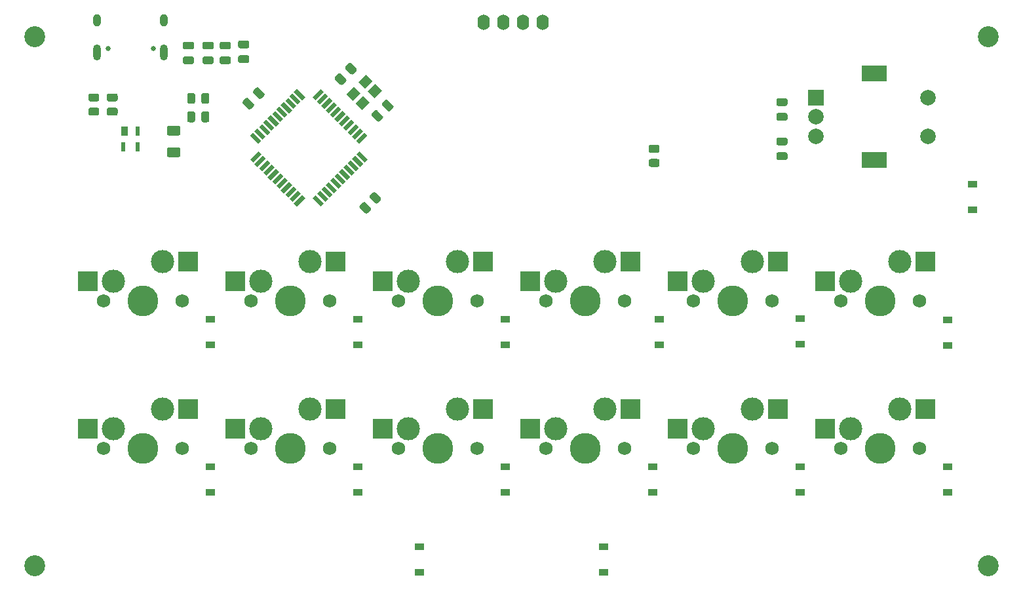
<source format=gbr>
%TF.GenerationSoftware,KiCad,Pcbnew,(5.1.9)-1*%
%TF.CreationDate,2021-03-29T02:27:37-07:00*%
%TF.ProjectId,millipad,6d696c6c-6970-4616-942e-6b696361645f,rev?*%
%TF.SameCoordinates,Original*%
%TF.FileFunction,Soldermask,Bot*%
%TF.FilePolarity,Negative*%
%FSLAX46Y46*%
G04 Gerber Fmt 4.6, Leading zero omitted, Abs format (unit mm)*
G04 Created by KiCad (PCBNEW (5.1.9)-1) date 2021-03-29 02:27:37*
%MOMM*%
%LPD*%
G01*
G04 APERTURE LIST*
%ADD10R,1.200000X0.900000*%
%ADD11R,2.550000X2.500000*%
%ADD12C,1.750000*%
%ADD13C,3.000000*%
%ADD14C,3.987800*%
%ADD15O,1.600000X2.000000*%
%ADD16C,0.100000*%
%ADD17C,2.700000*%
%ADD18C,0.650000*%
%ADD19O,1.000000X2.100000*%
%ADD20O,1.000000X1.600000*%
%ADD21R,0.482600X1.168400*%
%ADD22R,0.889000X1.168400*%
%ADD23C,2.000000*%
%ADD24R,3.200000X2.000000*%
%ADD25R,2.000000X2.000000*%
G04 APERTURE END LIST*
D10*
%TO.C,D15*%
X148431250Y-108012500D03*
X148431250Y-104712500D03*
%TD*%
%TO.C,D14*%
X124618750Y-108012500D03*
X124618750Y-104712500D03*
%TD*%
D11*
%TO.C,MX1*%
X94742000Y-67945000D03*
X81815000Y-70485000D03*
D12*
X93980000Y-73025000D03*
X83820000Y-73025000D03*
D13*
X85090000Y-70485000D03*
D14*
X88900000Y-73025000D03*
D13*
X91440000Y-67945000D03*
%TD*%
D11*
%TO.C,MX12*%
X189992000Y-86995000D03*
X177065000Y-89535000D03*
D12*
X189230000Y-92075000D03*
X179070000Y-92075000D03*
D13*
X180340000Y-89535000D03*
D14*
X184150000Y-92075000D03*
D13*
X186690000Y-86995000D03*
%TD*%
D11*
%TO.C,MX11*%
X189992000Y-67945000D03*
X177065000Y-70485000D03*
D12*
X189230000Y-73025000D03*
X179070000Y-73025000D03*
D13*
X180340000Y-70485000D03*
D14*
X184150000Y-73025000D03*
D13*
X186690000Y-67945000D03*
%TD*%
D11*
%TO.C,MX10*%
X170942000Y-86995000D03*
X158015000Y-89535000D03*
D12*
X170180000Y-92075000D03*
X160020000Y-92075000D03*
D13*
X161290000Y-89535000D03*
D14*
X165100000Y-92075000D03*
D13*
X167640000Y-86995000D03*
%TD*%
D11*
%TO.C,MX9*%
X170942000Y-67945000D03*
X158015000Y-70485000D03*
D12*
X170180000Y-73025000D03*
X160020000Y-73025000D03*
D13*
X161290000Y-70485000D03*
D14*
X165100000Y-73025000D03*
D13*
X167640000Y-67945000D03*
%TD*%
D11*
%TO.C,MX8*%
X151892000Y-86995000D03*
X138965000Y-89535000D03*
D12*
X151130000Y-92075000D03*
X140970000Y-92075000D03*
D13*
X142240000Y-89535000D03*
D14*
X146050000Y-92075000D03*
D13*
X148590000Y-86995000D03*
%TD*%
D11*
%TO.C,MX7*%
X151892000Y-67945000D03*
X138965000Y-70485000D03*
D12*
X151130000Y-73025000D03*
X140970000Y-73025000D03*
D13*
X142240000Y-70485000D03*
D14*
X146050000Y-73025000D03*
D13*
X148590000Y-67945000D03*
%TD*%
D11*
%TO.C,MX6*%
X132842000Y-86995000D03*
X119915000Y-89535000D03*
D12*
X132080000Y-92075000D03*
X121920000Y-92075000D03*
D13*
X123190000Y-89535000D03*
D14*
X127000000Y-92075000D03*
D13*
X129540000Y-86995000D03*
%TD*%
D11*
%TO.C,MX5*%
X132842000Y-67945000D03*
X119915000Y-70485000D03*
D12*
X132080000Y-73025000D03*
X121920000Y-73025000D03*
D13*
X123190000Y-70485000D03*
D14*
X127000000Y-73025000D03*
D13*
X129540000Y-67945000D03*
%TD*%
D11*
%TO.C,MX4*%
X113792000Y-86995000D03*
X100865000Y-89535000D03*
D12*
X113030000Y-92075000D03*
X102870000Y-92075000D03*
D13*
X104140000Y-89535000D03*
D14*
X107950000Y-92075000D03*
D13*
X110490000Y-86995000D03*
%TD*%
D11*
%TO.C,MX3*%
X113792000Y-67945000D03*
X100865000Y-70485000D03*
D12*
X113030000Y-73025000D03*
X102870000Y-73025000D03*
D13*
X104140000Y-70485000D03*
D14*
X107950000Y-73025000D03*
D13*
X110490000Y-67945000D03*
%TD*%
D11*
%TO.C,MX2*%
X94742000Y-86995000D03*
X81815000Y-89535000D03*
D12*
X93980000Y-92075000D03*
X83820000Y-92075000D03*
D13*
X85090000Y-89535000D03*
D14*
X88900000Y-92075000D03*
D13*
X91440000Y-86995000D03*
%TD*%
D15*
%TO.C,Brd1*%
X135445000Y-37025000D03*
X132905000Y-37025000D03*
X137985000Y-37025000D03*
X140525000Y-37025000D03*
%TD*%
D16*
%TO.C,Y1*%
G36*
X117722488Y-43739403D02*
G01*
X118571016Y-44587931D01*
X117581066Y-45577881D01*
X116732538Y-44729353D01*
X117722488Y-43739403D01*
G37*
G36*
X116166853Y-45295038D02*
G01*
X117015381Y-46143566D01*
X116025431Y-47133516D01*
X115176903Y-46284988D01*
X116166853Y-45295038D01*
G37*
G36*
X117368934Y-46497119D02*
G01*
X118217462Y-47345647D01*
X117227512Y-48335597D01*
X116378984Y-47487069D01*
X117368934Y-46497119D01*
G37*
G36*
X118924569Y-44941484D02*
G01*
X119773097Y-45790012D01*
X118783147Y-46779962D01*
X117934619Y-45931434D01*
X118924569Y-44941484D01*
G37*
%TD*%
%TO.C,C4*%
G36*
G01*
X119202177Y-48401072D02*
X119873928Y-49072823D01*
G75*
G02*
X119873928Y-49426377I-176777J-176777D01*
G01*
X119520375Y-49779930D01*
G75*
G02*
X119166821Y-49779930I-176777J176777D01*
G01*
X118495070Y-49108179D01*
G75*
G02*
X118495070Y-48754625I176777J176777D01*
G01*
X118848623Y-48401072D01*
G75*
G02*
X119202177Y-48401072I176777J-176777D01*
G01*
G37*
G36*
G01*
X120545679Y-47057570D02*
X121217430Y-47729321D01*
G75*
G02*
X121217430Y-48082875I-176777J-176777D01*
G01*
X120863877Y-48436428D01*
G75*
G02*
X120510323Y-48436428I-176777J176777D01*
G01*
X119838572Y-47764677D01*
G75*
G02*
X119838572Y-47411123I176777J176777D01*
G01*
X120192125Y-47057570D01*
G75*
G02*
X120545679Y-47057570I176777J-176777D01*
G01*
G37*
%TD*%
%TO.C,U1*%
G36*
X103808190Y-53658548D02*
G01*
X104197098Y-54047456D01*
X103136438Y-55108116D01*
X102747530Y-54719208D01*
X103808190Y-53658548D01*
G37*
G36*
X104373876Y-54224233D02*
G01*
X104762784Y-54613141D01*
X103702124Y-55673801D01*
X103313216Y-55284893D01*
X104373876Y-54224233D01*
G37*
G36*
X104939561Y-54789918D02*
G01*
X105328469Y-55178826D01*
X104267809Y-56239486D01*
X103878901Y-55850578D01*
X104939561Y-54789918D01*
G37*
G36*
X105505246Y-55355604D02*
G01*
X105894154Y-55744512D01*
X104833494Y-56805172D01*
X104444586Y-56416264D01*
X105505246Y-55355604D01*
G37*
G36*
X106070932Y-55921289D02*
G01*
X106459840Y-56310197D01*
X105399180Y-57370857D01*
X105010272Y-56981949D01*
X106070932Y-55921289D01*
G37*
G36*
X106636617Y-56486975D02*
G01*
X107025525Y-56875883D01*
X105964865Y-57936543D01*
X105575957Y-57547635D01*
X106636617Y-56486975D01*
G37*
G36*
X107202303Y-57052660D02*
G01*
X107591211Y-57441568D01*
X106530551Y-58502228D01*
X106141643Y-58113320D01*
X107202303Y-57052660D01*
G37*
G36*
X107767988Y-57618346D02*
G01*
X108156896Y-58007254D01*
X107096236Y-59067914D01*
X106707328Y-58679006D01*
X107767988Y-57618346D01*
G37*
G36*
X108333674Y-58184031D02*
G01*
X108722582Y-58572939D01*
X107661922Y-59633599D01*
X107273014Y-59244691D01*
X108333674Y-58184031D01*
G37*
G36*
X108899359Y-58749716D02*
G01*
X109288267Y-59138624D01*
X108227607Y-60199284D01*
X107838699Y-59810376D01*
X108899359Y-58749716D01*
G37*
G36*
X109465044Y-59315402D02*
G01*
X109853952Y-59704310D01*
X108793292Y-60764970D01*
X108404384Y-60376062D01*
X109465044Y-59315402D01*
G37*
G36*
X110808548Y-59704310D02*
G01*
X111197456Y-59315402D01*
X112258116Y-60376062D01*
X111869208Y-60764970D01*
X110808548Y-59704310D01*
G37*
G36*
X111374233Y-59138624D02*
G01*
X111763141Y-58749716D01*
X112823801Y-59810376D01*
X112434893Y-60199284D01*
X111374233Y-59138624D01*
G37*
G36*
X111939918Y-58572939D02*
G01*
X112328826Y-58184031D01*
X113389486Y-59244691D01*
X113000578Y-59633599D01*
X111939918Y-58572939D01*
G37*
G36*
X112505604Y-58007254D02*
G01*
X112894512Y-57618346D01*
X113955172Y-58679006D01*
X113566264Y-59067914D01*
X112505604Y-58007254D01*
G37*
G36*
X113071289Y-57441568D02*
G01*
X113460197Y-57052660D01*
X114520857Y-58113320D01*
X114131949Y-58502228D01*
X113071289Y-57441568D01*
G37*
G36*
X113636975Y-56875883D02*
G01*
X114025883Y-56486975D01*
X115086543Y-57547635D01*
X114697635Y-57936543D01*
X113636975Y-56875883D01*
G37*
G36*
X114202660Y-56310197D02*
G01*
X114591568Y-55921289D01*
X115652228Y-56981949D01*
X115263320Y-57370857D01*
X114202660Y-56310197D01*
G37*
G36*
X114768346Y-55744512D02*
G01*
X115157254Y-55355604D01*
X116217914Y-56416264D01*
X115829006Y-56805172D01*
X114768346Y-55744512D01*
G37*
G36*
X115334031Y-55178826D02*
G01*
X115722939Y-54789918D01*
X116783599Y-55850578D01*
X116394691Y-56239486D01*
X115334031Y-55178826D01*
G37*
G36*
X115899716Y-54613141D02*
G01*
X116288624Y-54224233D01*
X117349284Y-55284893D01*
X116960376Y-55673801D01*
X115899716Y-54613141D01*
G37*
G36*
X116465402Y-54047456D02*
G01*
X116854310Y-53658548D01*
X117914970Y-54719208D01*
X117526062Y-55108116D01*
X116465402Y-54047456D01*
G37*
G36*
X117526062Y-51254384D02*
G01*
X117914970Y-51643292D01*
X116854310Y-52703952D01*
X116465402Y-52315044D01*
X117526062Y-51254384D01*
G37*
G36*
X116960376Y-50688699D02*
G01*
X117349284Y-51077607D01*
X116288624Y-52138267D01*
X115899716Y-51749359D01*
X116960376Y-50688699D01*
G37*
G36*
X116394691Y-50123014D02*
G01*
X116783599Y-50511922D01*
X115722939Y-51572582D01*
X115334031Y-51183674D01*
X116394691Y-50123014D01*
G37*
G36*
X115829006Y-49557328D02*
G01*
X116217914Y-49946236D01*
X115157254Y-51006896D01*
X114768346Y-50617988D01*
X115829006Y-49557328D01*
G37*
G36*
X115263320Y-48991643D02*
G01*
X115652228Y-49380551D01*
X114591568Y-50441211D01*
X114202660Y-50052303D01*
X115263320Y-48991643D01*
G37*
G36*
X114697635Y-48425957D02*
G01*
X115086543Y-48814865D01*
X114025883Y-49875525D01*
X113636975Y-49486617D01*
X114697635Y-48425957D01*
G37*
G36*
X114131949Y-47860272D02*
G01*
X114520857Y-48249180D01*
X113460197Y-49309840D01*
X113071289Y-48920932D01*
X114131949Y-47860272D01*
G37*
G36*
X113566264Y-47294586D02*
G01*
X113955172Y-47683494D01*
X112894512Y-48744154D01*
X112505604Y-48355246D01*
X113566264Y-47294586D01*
G37*
G36*
X113000578Y-46728901D02*
G01*
X113389486Y-47117809D01*
X112328826Y-48178469D01*
X111939918Y-47789561D01*
X113000578Y-46728901D01*
G37*
G36*
X112434893Y-46163216D02*
G01*
X112823801Y-46552124D01*
X111763141Y-47612784D01*
X111374233Y-47223876D01*
X112434893Y-46163216D01*
G37*
G36*
X111869208Y-45597530D02*
G01*
X112258116Y-45986438D01*
X111197456Y-47047098D01*
X110808548Y-46658190D01*
X111869208Y-45597530D01*
G37*
G36*
X108404384Y-45986438D02*
G01*
X108793292Y-45597530D01*
X109853952Y-46658190D01*
X109465044Y-47047098D01*
X108404384Y-45986438D01*
G37*
G36*
X107838699Y-46552124D02*
G01*
X108227607Y-46163216D01*
X109288267Y-47223876D01*
X108899359Y-47612784D01*
X107838699Y-46552124D01*
G37*
G36*
X107273014Y-47117809D02*
G01*
X107661922Y-46728901D01*
X108722582Y-47789561D01*
X108333674Y-48178469D01*
X107273014Y-47117809D01*
G37*
G36*
X106707328Y-47683494D02*
G01*
X107096236Y-47294586D01*
X108156896Y-48355246D01*
X107767988Y-48744154D01*
X106707328Y-47683494D01*
G37*
G36*
X106141643Y-48249180D02*
G01*
X106530551Y-47860272D01*
X107591211Y-48920932D01*
X107202303Y-49309840D01*
X106141643Y-48249180D01*
G37*
G36*
X105575957Y-48814865D02*
G01*
X105964865Y-48425957D01*
X107025525Y-49486617D01*
X106636617Y-49875525D01*
X105575957Y-48814865D01*
G37*
G36*
X105010272Y-49380551D02*
G01*
X105399180Y-48991643D01*
X106459840Y-50052303D01*
X106070932Y-50441211D01*
X105010272Y-49380551D01*
G37*
G36*
X104444586Y-49946236D02*
G01*
X104833494Y-49557328D01*
X105894154Y-50617988D01*
X105505246Y-51006896D01*
X104444586Y-49946236D01*
G37*
G36*
X103878901Y-50511922D02*
G01*
X104267809Y-50123014D01*
X105328469Y-51183674D01*
X104939561Y-51572582D01*
X103878901Y-50511922D01*
G37*
G36*
X103313216Y-51077607D02*
G01*
X103702124Y-50688699D01*
X104762784Y-51749359D01*
X104373876Y-52138267D01*
X103313216Y-51077607D01*
G37*
G36*
X102747530Y-51643292D02*
G01*
X103136438Y-51254384D01*
X104197098Y-52315044D01*
X103808190Y-52703952D01*
X102747530Y-51643292D01*
G37*
%TD*%
D17*
%TO.C,H4*%
X74930000Y-107156250D03*
%TD*%
%TO.C,H3*%
X198120000Y-38893750D03*
%TD*%
%TO.C,H2*%
X74930000Y-38893750D03*
%TD*%
%TO.C,H1*%
X198120000Y-107156250D03*
%TD*%
%TO.C,C1*%
G36*
G01*
X102392500Y-40348750D02*
X101442500Y-40348750D01*
G75*
G02*
X101192500Y-40098750I0J250000D01*
G01*
X101192500Y-39598750D01*
G75*
G02*
X101442500Y-39348750I250000J0D01*
G01*
X102392500Y-39348750D01*
G75*
G02*
X102642500Y-39598750I0J-250000D01*
G01*
X102642500Y-40098750D01*
G75*
G02*
X102392500Y-40348750I-250000J0D01*
G01*
G37*
G36*
G01*
X102392500Y-42248750D02*
X101442500Y-42248750D01*
G75*
G02*
X101192500Y-41998750I0J250000D01*
G01*
X101192500Y-41498750D01*
G75*
G02*
X101442500Y-41248750I250000J0D01*
G01*
X102392500Y-41248750D01*
G75*
G02*
X102642500Y-41498750I0J-250000D01*
G01*
X102642500Y-41998750D01*
G75*
G02*
X102392500Y-42248750I-250000J0D01*
G01*
G37*
%TD*%
D18*
%TO.C,USB1*%
X84422500Y-40381250D03*
X90202500Y-40381250D03*
D19*
X91632500Y-40911250D03*
X82992500Y-40911250D03*
D20*
X91632500Y-36731250D03*
X82992500Y-36731250D03*
%TD*%
D21*
%TO.C,U2*%
X86315549Y-53086000D03*
X88215551Y-53086000D03*
X88215550Y-51054000D03*
D22*
X86518750Y-51054000D03*
%TD*%
D23*
%TO.C,SW2*%
X190356250Y-51712500D03*
X190356250Y-46712500D03*
D24*
X183356250Y-54812500D03*
X183356250Y-43612500D03*
D23*
X175856250Y-51712500D03*
X175856250Y-49212500D03*
D25*
X175856250Y-46712500D03*
%TD*%
%TO.C,R6*%
G36*
G01*
X82099998Y-48025000D02*
X83000002Y-48025000D01*
G75*
G02*
X83250000Y-48274998I0J-249998D01*
G01*
X83250000Y-48800002D01*
G75*
G02*
X83000002Y-49050000I-249998J0D01*
G01*
X82099998Y-49050000D01*
G75*
G02*
X81850000Y-48800002I0J249998D01*
G01*
X81850000Y-48274998D01*
G75*
G02*
X82099998Y-48025000I249998J0D01*
G01*
G37*
G36*
G01*
X82099998Y-46200000D02*
X83000002Y-46200000D01*
G75*
G02*
X83250000Y-46449998I0J-249998D01*
G01*
X83250000Y-46975002D01*
G75*
G02*
X83000002Y-47225000I-249998J0D01*
G01*
X82099998Y-47225000D01*
G75*
G02*
X81850000Y-46975002I0J249998D01*
G01*
X81850000Y-46449998D01*
G75*
G02*
X82099998Y-46200000I249998J0D01*
G01*
G37*
%TD*%
%TO.C,R5*%
G36*
G01*
X84481248Y-48025000D02*
X85381252Y-48025000D01*
G75*
G02*
X85631250Y-48274998I0J-249998D01*
G01*
X85631250Y-48800002D01*
G75*
G02*
X85381252Y-49050000I-249998J0D01*
G01*
X84481248Y-49050000D01*
G75*
G02*
X84231250Y-48800002I0J249998D01*
G01*
X84231250Y-48274998D01*
G75*
G02*
X84481248Y-48025000I249998J0D01*
G01*
G37*
G36*
G01*
X84481248Y-46200000D02*
X85381252Y-46200000D01*
G75*
G02*
X85631250Y-46449998I0J-249998D01*
G01*
X85631250Y-46975002D01*
G75*
G02*
X85381252Y-47225000I-249998J0D01*
G01*
X84481248Y-47225000D01*
G75*
G02*
X84231250Y-46975002I0J249998D01*
G01*
X84231250Y-46449998D01*
G75*
G02*
X84481248Y-46200000I249998J0D01*
G01*
G37*
%TD*%
%TO.C,R4*%
G36*
G01*
X117667707Y-60289644D02*
X118304106Y-60926043D01*
G75*
G02*
X118304106Y-61279593I-176775J-176775D01*
G01*
X117932873Y-61650826D01*
G75*
G02*
X117579323Y-61650826I-176775J176775D01*
G01*
X116942924Y-61014427D01*
G75*
G02*
X116942924Y-60660877I176775J176775D01*
G01*
X117314157Y-60289644D01*
G75*
G02*
X117667707Y-60289644I176775J-176775D01*
G01*
G37*
G36*
G01*
X118958177Y-58999174D02*
X119594576Y-59635573D01*
G75*
G02*
X119594576Y-59989123I-176775J-176775D01*
G01*
X119223343Y-60360356D01*
G75*
G02*
X118869793Y-60360356I-176775J176775D01*
G01*
X118233394Y-59723957D01*
G75*
G02*
X118233394Y-59370407I176775J176775D01*
G01*
X118604627Y-58999174D01*
G75*
G02*
X118958177Y-58999174I176775J-176775D01*
G01*
G37*
%TD*%
%TO.C,R3*%
G36*
G01*
X155390002Y-53852500D02*
X154489998Y-53852500D01*
G75*
G02*
X154240000Y-53602502I0J249998D01*
G01*
X154240000Y-53077498D01*
G75*
G02*
X154489998Y-52827500I249998J0D01*
G01*
X155390002Y-52827500D01*
G75*
G02*
X155640000Y-53077498I0J-249998D01*
G01*
X155640000Y-53602502D01*
G75*
G02*
X155390002Y-53852500I-249998J0D01*
G01*
G37*
G36*
G01*
X155390002Y-55677500D02*
X154489998Y-55677500D01*
G75*
G02*
X154240000Y-55427502I0J249998D01*
G01*
X154240000Y-54902498D01*
G75*
G02*
X154489998Y-54652500I249998J0D01*
G01*
X155390002Y-54652500D01*
G75*
G02*
X155640000Y-54902498I0J-249998D01*
G01*
X155640000Y-55427502D01*
G75*
G02*
X155390002Y-55677500I-249998J0D01*
G01*
G37*
%TD*%
%TO.C,R2*%
G36*
G01*
X95643750Y-46381248D02*
X95643750Y-47281252D01*
G75*
G02*
X95393752Y-47531250I-249998J0D01*
G01*
X94868748Y-47531250D01*
G75*
G02*
X94618750Y-47281252I0J249998D01*
G01*
X94618750Y-46381248D01*
G75*
G02*
X94868748Y-46131250I249998J0D01*
G01*
X95393752Y-46131250D01*
G75*
G02*
X95643750Y-46381248I0J-249998D01*
G01*
G37*
G36*
G01*
X97468750Y-46381248D02*
X97468750Y-47281252D01*
G75*
G02*
X97218752Y-47531250I-249998J0D01*
G01*
X96693748Y-47531250D01*
G75*
G02*
X96443750Y-47281252I0J249998D01*
G01*
X96443750Y-46381248D01*
G75*
G02*
X96693748Y-46131250I249998J0D01*
G01*
X97218752Y-46131250D01*
G75*
G02*
X97468750Y-46381248I0J-249998D01*
G01*
G37*
%TD*%
%TO.C,R1*%
G36*
G01*
X95643750Y-48762498D02*
X95643750Y-49662502D01*
G75*
G02*
X95393752Y-49912500I-249998J0D01*
G01*
X94868748Y-49912500D01*
G75*
G02*
X94618750Y-49662502I0J249998D01*
G01*
X94618750Y-48762498D01*
G75*
G02*
X94868748Y-48512500I249998J0D01*
G01*
X95393752Y-48512500D01*
G75*
G02*
X95643750Y-48762498I0J-249998D01*
G01*
G37*
G36*
G01*
X97468750Y-48762498D02*
X97468750Y-49662502D01*
G75*
G02*
X97218752Y-49912500I-249998J0D01*
G01*
X96693748Y-49912500D01*
G75*
G02*
X96443750Y-49662502I0J249998D01*
G01*
X96443750Y-48762498D01*
G75*
G02*
X96693748Y-48512500I249998J0D01*
G01*
X97218752Y-48512500D01*
G75*
G02*
X97468750Y-48762498I0J-249998D01*
G01*
G37*
%TD*%
%TO.C,F1*%
G36*
G01*
X93493750Y-51612500D02*
X92243750Y-51612500D01*
G75*
G02*
X91993750Y-51362500I0J250000D01*
G01*
X91993750Y-50612500D01*
G75*
G02*
X92243750Y-50362500I250000J0D01*
G01*
X93493750Y-50362500D01*
G75*
G02*
X93743750Y-50612500I0J-250000D01*
G01*
X93743750Y-51362500D01*
G75*
G02*
X93493750Y-51612500I-250000J0D01*
G01*
G37*
G36*
G01*
X93493750Y-54412500D02*
X92243750Y-54412500D01*
G75*
G02*
X91993750Y-54162500I0J250000D01*
G01*
X91993750Y-53412500D01*
G75*
G02*
X92243750Y-53162500I250000J0D01*
G01*
X93493750Y-53162500D01*
G75*
G02*
X93743750Y-53412500I0J-250000D01*
G01*
X93743750Y-54162500D01*
G75*
G02*
X93493750Y-54412500I-250000J0D01*
G01*
G37*
%TD*%
D10*
%TO.C,D13*%
X196056250Y-57881250D03*
X196056250Y-61181250D03*
%TD*%
%TO.C,D12*%
X192881250Y-94393750D03*
X192881250Y-97693750D03*
%TD*%
%TO.C,D11*%
X192881250Y-75406250D03*
X192881250Y-78706250D03*
%TD*%
%TO.C,D10*%
X173831250Y-94393750D03*
X173831250Y-97693750D03*
%TD*%
%TO.C,D9*%
X173831250Y-75281250D03*
X173831250Y-78581250D03*
%TD*%
%TO.C,D8*%
X154781250Y-94393750D03*
X154781250Y-97693750D03*
%TD*%
%TO.C,D7*%
X155575000Y-75343750D03*
X155575000Y-78643750D03*
%TD*%
%TO.C,D6*%
X135731250Y-94393750D03*
X135731250Y-97693750D03*
%TD*%
%TO.C,D5*%
X135731250Y-75343750D03*
X135731250Y-78643750D03*
%TD*%
%TO.C,D4*%
X116681250Y-94393750D03*
X116681250Y-97693750D03*
%TD*%
%TO.C,D3*%
X116681250Y-75343750D03*
X116681250Y-78643750D03*
%TD*%
%TO.C,D2*%
X97631250Y-94393750D03*
X97631250Y-97693750D03*
%TD*%
%TO.C,D1*%
X97631250Y-75343750D03*
X97631250Y-78643750D03*
%TD*%
%TO.C,C9*%
G36*
G01*
X171925000Y-52890000D02*
X170975000Y-52890000D01*
G75*
G02*
X170725000Y-52640000I0J250000D01*
G01*
X170725000Y-52140000D01*
G75*
G02*
X170975000Y-51890000I250000J0D01*
G01*
X171925000Y-51890000D01*
G75*
G02*
X172175000Y-52140000I0J-250000D01*
G01*
X172175000Y-52640000D01*
G75*
G02*
X171925000Y-52890000I-250000J0D01*
G01*
G37*
G36*
G01*
X171925000Y-54790000D02*
X170975000Y-54790000D01*
G75*
G02*
X170725000Y-54540000I0J250000D01*
G01*
X170725000Y-54040000D01*
G75*
G02*
X170975000Y-53790000I250000J0D01*
G01*
X171925000Y-53790000D01*
G75*
G02*
X172175000Y-54040000I0J-250000D01*
G01*
X172175000Y-54540000D01*
G75*
G02*
X171925000Y-54790000I-250000J0D01*
G01*
G37*
%TD*%
%TO.C,C8*%
G36*
G01*
X171925000Y-47810000D02*
X170975000Y-47810000D01*
G75*
G02*
X170725000Y-47560000I0J250000D01*
G01*
X170725000Y-47060000D01*
G75*
G02*
X170975000Y-46810000I250000J0D01*
G01*
X171925000Y-46810000D01*
G75*
G02*
X172175000Y-47060000I0J-250000D01*
G01*
X172175000Y-47560000D01*
G75*
G02*
X171925000Y-47810000I-250000J0D01*
G01*
G37*
G36*
G01*
X171925000Y-49710000D02*
X170975000Y-49710000D01*
G75*
G02*
X170725000Y-49460000I0J250000D01*
G01*
X170725000Y-48960000D01*
G75*
G02*
X170975000Y-48710000I250000J0D01*
G01*
X171925000Y-48710000D01*
G75*
G02*
X172175000Y-48960000I0J-250000D01*
G01*
X172175000Y-49460000D01*
G75*
G02*
X171925000Y-49710000I-250000J0D01*
G01*
G37*
%TD*%
%TO.C,C7*%
G36*
G01*
X102533427Y-46813572D02*
X103205178Y-47485323D01*
G75*
G02*
X103205178Y-47838877I-176777J-176777D01*
G01*
X102851625Y-48192430D01*
G75*
G02*
X102498071Y-48192430I-176777J176777D01*
G01*
X101826320Y-47520679D01*
G75*
G02*
X101826320Y-47167125I176777J176777D01*
G01*
X102179873Y-46813572D01*
G75*
G02*
X102533427Y-46813572I176777J-176777D01*
G01*
G37*
G36*
G01*
X103876929Y-45470070D02*
X104548680Y-46141821D01*
G75*
G02*
X104548680Y-46495375I-176777J-176777D01*
G01*
X104195127Y-46848928D01*
G75*
G02*
X103841573Y-46848928I-176777J176777D01*
G01*
X103169822Y-46177177D01*
G75*
G02*
X103169822Y-45823623I176777J176777D01*
G01*
X103523375Y-45470070D01*
G75*
G02*
X103876929Y-45470070I176777J-176777D01*
G01*
G37*
%TD*%
%TO.C,C6*%
G36*
G01*
X95248750Y-40505000D02*
X94298750Y-40505000D01*
G75*
G02*
X94048750Y-40255000I0J250000D01*
G01*
X94048750Y-39755000D01*
G75*
G02*
X94298750Y-39505000I250000J0D01*
G01*
X95248750Y-39505000D01*
G75*
G02*
X95498750Y-39755000I0J-250000D01*
G01*
X95498750Y-40255000D01*
G75*
G02*
X95248750Y-40505000I-250000J0D01*
G01*
G37*
G36*
G01*
X95248750Y-42405000D02*
X94298750Y-42405000D01*
G75*
G02*
X94048750Y-42155000I0J250000D01*
G01*
X94048750Y-41655000D01*
G75*
G02*
X94298750Y-41405000I250000J0D01*
G01*
X95248750Y-41405000D01*
G75*
G02*
X95498750Y-41655000I0J-250000D01*
G01*
X95498750Y-42155000D01*
G75*
G02*
X95248750Y-42405000I-250000J0D01*
G01*
G37*
%TD*%
%TO.C,C5*%
G36*
G01*
X115747823Y-43673928D02*
X115076072Y-43002177D01*
G75*
G02*
X115076072Y-42648623I176777J176777D01*
G01*
X115429625Y-42295070D01*
G75*
G02*
X115783179Y-42295070I176777J-176777D01*
G01*
X116454930Y-42966821D01*
G75*
G02*
X116454930Y-43320375I-176777J-176777D01*
G01*
X116101377Y-43673928D01*
G75*
G02*
X115747823Y-43673928I-176777J176777D01*
G01*
G37*
G36*
G01*
X114404321Y-45017430D02*
X113732570Y-44345679D01*
G75*
G02*
X113732570Y-43992125I176777J176777D01*
G01*
X114086123Y-43638572D01*
G75*
G02*
X114439677Y-43638572I176777J-176777D01*
G01*
X115111428Y-44310323D01*
G75*
G02*
X115111428Y-44663877I-176777J-176777D01*
G01*
X114757875Y-45017430D01*
G75*
G02*
X114404321Y-45017430I-176777J176777D01*
G01*
G37*
%TD*%
%TO.C,C3*%
G36*
G01*
X97788750Y-40505000D02*
X96838750Y-40505000D01*
G75*
G02*
X96588750Y-40255000I0J250000D01*
G01*
X96588750Y-39755000D01*
G75*
G02*
X96838750Y-39505000I250000J0D01*
G01*
X97788750Y-39505000D01*
G75*
G02*
X98038750Y-39755000I0J-250000D01*
G01*
X98038750Y-40255000D01*
G75*
G02*
X97788750Y-40505000I-250000J0D01*
G01*
G37*
G36*
G01*
X97788750Y-42405000D02*
X96838750Y-42405000D01*
G75*
G02*
X96588750Y-42155000I0J250000D01*
G01*
X96588750Y-41655000D01*
G75*
G02*
X96838750Y-41405000I250000J0D01*
G01*
X97788750Y-41405000D01*
G75*
G02*
X98038750Y-41655000I0J-250000D01*
G01*
X98038750Y-42155000D01*
G75*
G02*
X97788750Y-42405000I-250000J0D01*
G01*
G37*
%TD*%
%TO.C,C2*%
G36*
G01*
X100011250Y-40505000D02*
X99061250Y-40505000D01*
G75*
G02*
X98811250Y-40255000I0J250000D01*
G01*
X98811250Y-39755000D01*
G75*
G02*
X99061250Y-39505000I250000J0D01*
G01*
X100011250Y-39505000D01*
G75*
G02*
X100261250Y-39755000I0J-250000D01*
G01*
X100261250Y-40255000D01*
G75*
G02*
X100011250Y-40505000I-250000J0D01*
G01*
G37*
G36*
G01*
X100011250Y-42405000D02*
X99061250Y-42405000D01*
G75*
G02*
X98811250Y-42155000I0J250000D01*
G01*
X98811250Y-41655000D01*
G75*
G02*
X99061250Y-41405000I250000J0D01*
G01*
X100011250Y-41405000D01*
G75*
G02*
X100261250Y-41655000I0J-250000D01*
G01*
X100261250Y-42155000D01*
G75*
G02*
X100011250Y-42405000I-250000J0D01*
G01*
G37*
%TD*%
M02*

</source>
